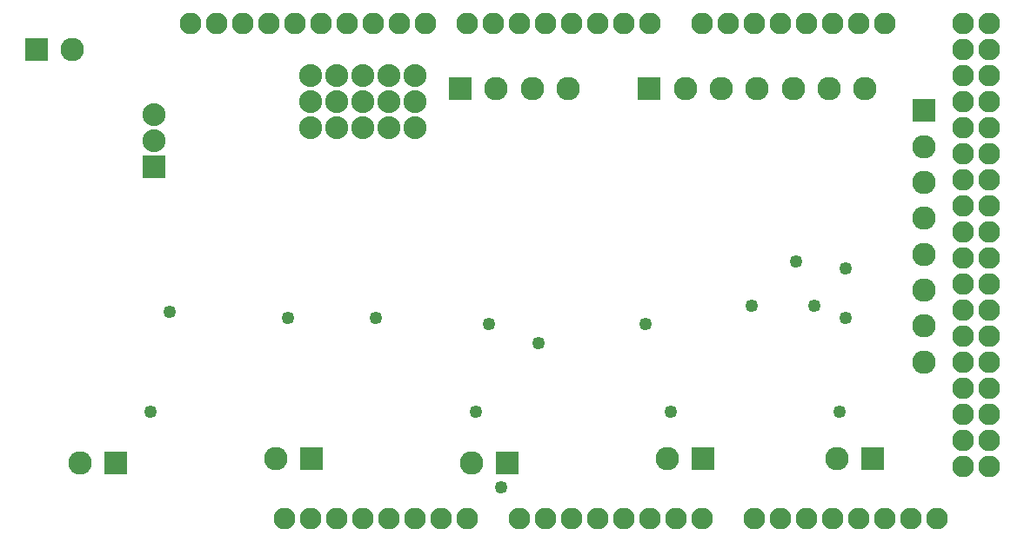
<source format=gbs>
G04 MADE WITH FRITZING*
G04 WWW.FRITZING.ORG*
G04 DOUBLE SIDED*
G04 HOLES PLATED*
G04 CONTOUR ON CENTER OF CONTOUR VECTOR*
%ASAXBY*%
%FSLAX23Y23*%
%MOIN*%
%OFA0B0*%
%SFA1.0B1.0*%
%ADD10C,0.088000*%
%ADD11C,0.090000*%
%ADD12C,0.082917*%
%ADD13C,0.049370*%
%ADD14R,0.090000X0.090000*%
%ADD15R,0.088000X0.088000*%
%LNMASK0*%
G90*
G70*
G54D10*
X1500Y1807D03*
X1500Y1707D03*
X1500Y1607D03*
X1200Y1807D03*
X1200Y1707D03*
X1200Y1607D03*
X1300Y1807D03*
X1300Y1707D03*
X1300Y1607D03*
X1400Y1807D03*
X1400Y1707D03*
X1400Y1607D03*
X1600Y1807D03*
X1600Y1707D03*
X1600Y1607D03*
G54D11*
X3550Y1671D03*
X3550Y1534D03*
X3550Y1396D03*
X3550Y1258D03*
X3550Y1120D03*
X3550Y982D03*
X3550Y845D03*
X3550Y707D03*
X1775Y1757D03*
X1912Y1757D03*
X2050Y1757D03*
X2188Y1757D03*
G54D10*
X600Y1457D03*
X600Y1557D03*
X600Y1657D03*
G54D12*
X3000Y107D03*
X1400Y107D03*
X3100Y107D03*
X3200Y107D03*
X3300Y107D03*
X3400Y107D03*
X3700Y1507D03*
X3500Y107D03*
X3600Y107D03*
X1440Y2007D03*
X2000Y107D03*
X2100Y107D03*
X2200Y107D03*
X2300Y107D03*
X3700Y707D03*
X2400Y107D03*
X2500Y107D03*
X2600Y107D03*
X2700Y107D03*
X2200Y2007D03*
X3700Y1907D03*
X3700Y1107D03*
X3700Y307D03*
X1040Y2007D03*
X1800Y107D03*
X1800Y2007D03*
X3700Y1707D03*
X3700Y1307D03*
X3700Y907D03*
X3400Y2007D03*
X3700Y507D03*
X3300Y2007D03*
X3200Y2007D03*
X3100Y2007D03*
X3000Y2007D03*
X2900Y2007D03*
X2800Y2007D03*
X2700Y2007D03*
X840Y2007D03*
X1240Y2007D03*
X1640Y2007D03*
X1200Y107D03*
X1600Y107D03*
X2400Y2007D03*
X2000Y2007D03*
X3700Y2007D03*
X3700Y1807D03*
X3700Y1607D03*
X3700Y1407D03*
X3700Y1207D03*
X3700Y1007D03*
X3700Y807D03*
X3700Y607D03*
X3700Y407D03*
X740Y2007D03*
X940Y2007D03*
X1140Y2007D03*
X1340Y2007D03*
X1540Y2007D03*
X1100Y107D03*
X1300Y107D03*
X1500Y107D03*
X1700Y107D03*
X2500Y2007D03*
X2300Y2007D03*
X2100Y2007D03*
X1900Y2007D03*
X3800Y2007D03*
X3800Y1907D03*
X3800Y1807D03*
X3800Y1707D03*
X3800Y1607D03*
X3800Y1507D03*
X3800Y1407D03*
X3800Y1307D03*
X3800Y1207D03*
X3800Y1107D03*
X3800Y1007D03*
X3800Y907D03*
X3800Y807D03*
X3800Y707D03*
X3800Y607D03*
X3800Y507D03*
X3800Y407D03*
X3800Y307D03*
X2900Y107D03*
G54D11*
X2499Y1757D03*
X2637Y1757D03*
X2775Y1757D03*
X2912Y1757D03*
X3050Y1757D03*
X3188Y1757D03*
X3326Y1757D03*
X150Y1907D03*
X288Y1907D03*
X455Y320D03*
X318Y320D03*
X1205Y337D03*
X1068Y337D03*
X1955Y320D03*
X1818Y320D03*
X2705Y337D03*
X2568Y337D03*
X3355Y337D03*
X3218Y337D03*
G54D13*
X660Y899D03*
X3252Y1067D03*
X2076Y779D03*
X1932Y227D03*
X1452Y875D03*
X3060Y1091D03*
X1116Y875D03*
X1836Y515D03*
X1884Y851D03*
X2580Y515D03*
X2484Y851D03*
X3228Y515D03*
X3252Y875D03*
X588Y515D03*
X2892Y923D03*
X3132Y923D03*
G54D14*
X3550Y1671D03*
X1775Y1757D03*
G54D15*
X600Y1457D03*
G54D14*
X2499Y1757D03*
X150Y1907D03*
X455Y320D03*
X1205Y337D03*
X1955Y320D03*
X2705Y337D03*
X3355Y337D03*
G04 End of Mask0*
M02*
</source>
